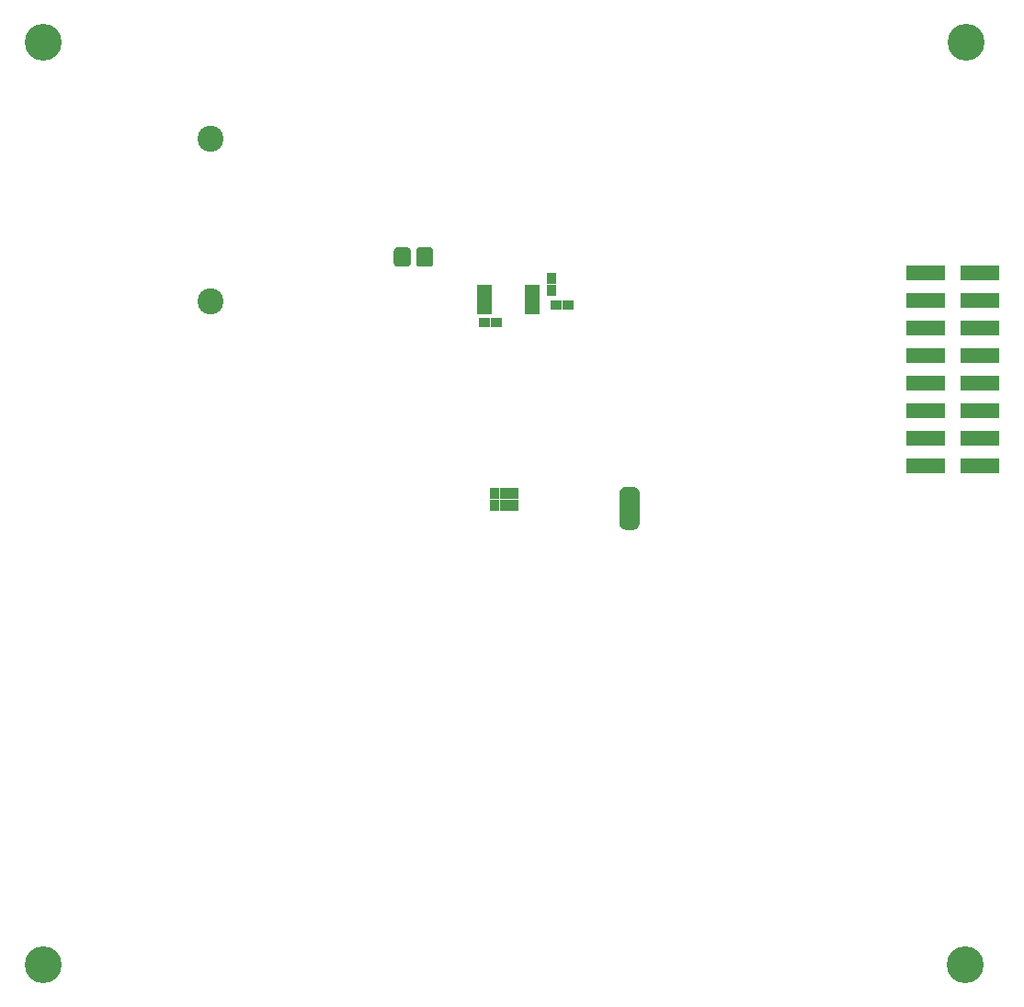
<source format=gbr>
G04 #@! TF.GenerationSoftware,KiCad,Pcbnew,(5.0.0)*
G04 #@! TF.CreationDate,2020-04-06T18:27:32+02:00*
G04 #@! TF.ProjectId,MainBoard,4D61696E426F6172642E6B696361645F,rev?*
G04 #@! TF.SameCoordinates,Original*
G04 #@! TF.FileFunction,Soldermask,Top*
G04 #@! TF.FilePolarity,Negative*
%FSLAX46Y46*%
G04 Gerber Fmt 4.6, Leading zero omitted, Abs format (unit mm)*
G04 Created by KiCad (PCBNEW (5.0.0)) date 04/06/20 18:27:32*
%MOMM*%
%LPD*%
G01*
G04 APERTURE LIST*
%ADD10R,3.550000X1.400000*%
%ADD11C,3.400000*%
%ADD12R,1.400760X0.669240*%
%ADD13C,2.400000*%
%ADD14R,1.000000X0.900000*%
%ADD15R,0.900000X1.000000*%
%ADD16C,0.500000*%
%ADD17C,0.100000*%
%ADD18R,1.900000X1.400000*%
%ADD19C,1.550000*%
G04 APERTURE END LIST*
D10*
G04 #@! TO.C,P2*
X187213000Y-76123800D03*
X192263000Y-76123800D03*
X187213000Y-78663800D03*
X192263000Y-78663800D03*
X187213000Y-81203800D03*
X192263000Y-81203800D03*
X187213000Y-83743800D03*
X192263000Y-83743800D03*
X187213000Y-86283800D03*
X192263000Y-86283800D03*
X187213000Y-88823800D03*
X192263000Y-88823800D03*
X187213000Y-91363800D03*
X192263000Y-91363800D03*
X187213000Y-93903800D03*
X192263000Y-93903800D03*
G04 #@! TD*
D11*
G04 #@! TO.C,REF\002A\002A*
X190881000Y-139827000D03*
G04 #@! TD*
G04 #@! TO.C,REF\002A\002A*
X105918000Y-139827000D03*
G04 #@! TD*
G04 #@! TO.C,REF\002A\002A*
X190944500Y-54864000D03*
G04 #@! TD*
G04 #@! TO.C,REF\002A\002A*
X105918000Y-54864000D03*
G04 #@! TD*
D12*
G04 #@! TO.C,U11*
X150997500Y-79591000D03*
X150997500Y-79083000D03*
X150997500Y-78575000D03*
X150997500Y-78067000D03*
X150997500Y-77559000D03*
X146552500Y-77559000D03*
X146552500Y-78067000D03*
X146552500Y-78575000D03*
X146552500Y-79083000D03*
X146552500Y-79591000D03*
G04 #@! TD*
D13*
G04 #@! TO.C,LS1*
X121375000Y-63750000D03*
X121375000Y-78750000D03*
G04 #@! TD*
D14*
G04 #@! TO.C,C12*
X154300000Y-79075000D03*
X153200000Y-79075000D03*
G04 #@! TD*
D15*
G04 #@! TO.C,C13*
X152750000Y-76600000D03*
X152750000Y-77700000D03*
G04 #@! TD*
D14*
G04 #@! TO.C,C21*
X146550000Y-80700000D03*
X147650000Y-80700000D03*
G04 #@! TD*
D15*
G04 #@! TO.C,C29*
X148430000Y-96400000D03*
X148430000Y-97500000D03*
G04 #@! TD*
G04 #@! TO.C,C30*
X147530000Y-97500000D03*
X147530000Y-96400000D03*
G04 #@! TD*
G04 #@! TO.C,C31*
X149330000Y-96400000D03*
X149330000Y-97500000D03*
G04 #@! TD*
D16*
G04 #@! TO.C,JP1*
X159950000Y-99075000D03*
D17*
G36*
X159003843Y-98485982D02*
X159015224Y-98448463D01*
X159033706Y-98413886D01*
X159058579Y-98383579D01*
X159088886Y-98358706D01*
X159123463Y-98340224D01*
X159160982Y-98328843D01*
X159200000Y-98325000D01*
X160700000Y-98325000D01*
X160739018Y-98328843D01*
X160776537Y-98340224D01*
X160811114Y-98358706D01*
X160841421Y-98383579D01*
X160866294Y-98413886D01*
X160884776Y-98448463D01*
X160896157Y-98485982D01*
X160900000Y-98525000D01*
X160900000Y-99075000D01*
X160899398Y-99081112D01*
X160899398Y-99099534D01*
X160898435Y-99119140D01*
X160893625Y-99167971D01*
X160890746Y-99187380D01*
X160881174Y-99235505D01*
X160876404Y-99254548D01*
X160862160Y-99301503D01*
X160855549Y-99319980D01*
X160836772Y-99365313D01*
X160828377Y-99383061D01*
X160805246Y-99426334D01*
X160795160Y-99443162D01*
X160767900Y-99483961D01*
X160756205Y-99499730D01*
X160725077Y-99537659D01*
X160711897Y-99552200D01*
X160677200Y-99586897D01*
X160662659Y-99600077D01*
X160624730Y-99631205D01*
X160608961Y-99642900D01*
X160568162Y-99670160D01*
X160551334Y-99680246D01*
X160508061Y-99703377D01*
X160490313Y-99711772D01*
X160444980Y-99730549D01*
X160426503Y-99737160D01*
X160379548Y-99751404D01*
X160360505Y-99756174D01*
X160312380Y-99765746D01*
X160292971Y-99768625D01*
X160244140Y-99773435D01*
X160224534Y-99774398D01*
X160206112Y-99774398D01*
X160200000Y-99775000D01*
X159700000Y-99775000D01*
X159693888Y-99774398D01*
X159675466Y-99774398D01*
X159655860Y-99773435D01*
X159607029Y-99768625D01*
X159587620Y-99765746D01*
X159539495Y-99756174D01*
X159520452Y-99751404D01*
X159473497Y-99737160D01*
X159455020Y-99730549D01*
X159409687Y-99711772D01*
X159391939Y-99703377D01*
X159348666Y-99680246D01*
X159331838Y-99670160D01*
X159291039Y-99642900D01*
X159275270Y-99631205D01*
X159237341Y-99600077D01*
X159222800Y-99586897D01*
X159188103Y-99552200D01*
X159174923Y-99537659D01*
X159143795Y-99499730D01*
X159132100Y-99483961D01*
X159104840Y-99443162D01*
X159094754Y-99426334D01*
X159071623Y-99383061D01*
X159063228Y-99365313D01*
X159044451Y-99319980D01*
X159037840Y-99301503D01*
X159023596Y-99254548D01*
X159018826Y-99235505D01*
X159009254Y-99187380D01*
X159006375Y-99167971D01*
X159001565Y-99119140D01*
X159000602Y-99099534D01*
X159000602Y-99081112D01*
X159000000Y-99075000D01*
X159000000Y-98525000D01*
X159003843Y-98485982D01*
X159003843Y-98485982D01*
G37*
D16*
X159950000Y-96475000D03*
D17*
G36*
X159000602Y-96468888D02*
X159000602Y-96450466D01*
X159001565Y-96430860D01*
X159006375Y-96382029D01*
X159009254Y-96362620D01*
X159018826Y-96314495D01*
X159023596Y-96295452D01*
X159037840Y-96248497D01*
X159044451Y-96230020D01*
X159063228Y-96184687D01*
X159071623Y-96166939D01*
X159094754Y-96123666D01*
X159104840Y-96106838D01*
X159132100Y-96066039D01*
X159143795Y-96050270D01*
X159174923Y-96012341D01*
X159188103Y-95997800D01*
X159222800Y-95963103D01*
X159237341Y-95949923D01*
X159275270Y-95918795D01*
X159291039Y-95907100D01*
X159331838Y-95879840D01*
X159348666Y-95869754D01*
X159391939Y-95846623D01*
X159409687Y-95838228D01*
X159455020Y-95819451D01*
X159473497Y-95812840D01*
X159520452Y-95798596D01*
X159539495Y-95793826D01*
X159587620Y-95784254D01*
X159607029Y-95781375D01*
X159655860Y-95776565D01*
X159675466Y-95775602D01*
X159693888Y-95775602D01*
X159700000Y-95775000D01*
X160200000Y-95775000D01*
X160206112Y-95775602D01*
X160224534Y-95775602D01*
X160244140Y-95776565D01*
X160292971Y-95781375D01*
X160312380Y-95784254D01*
X160360505Y-95793826D01*
X160379548Y-95798596D01*
X160426503Y-95812840D01*
X160444980Y-95819451D01*
X160490313Y-95838228D01*
X160508061Y-95846623D01*
X160551334Y-95869754D01*
X160568162Y-95879840D01*
X160608961Y-95907100D01*
X160624730Y-95918795D01*
X160662659Y-95949923D01*
X160677200Y-95963103D01*
X160711897Y-95997800D01*
X160725077Y-96012341D01*
X160756205Y-96050270D01*
X160767900Y-96066039D01*
X160795160Y-96106838D01*
X160805246Y-96123666D01*
X160828377Y-96166939D01*
X160836772Y-96184687D01*
X160855549Y-96230020D01*
X160862160Y-96248497D01*
X160876404Y-96295452D01*
X160881174Y-96314495D01*
X160890746Y-96362620D01*
X160893625Y-96382029D01*
X160898435Y-96430860D01*
X160899398Y-96450466D01*
X160899398Y-96468888D01*
X160900000Y-96475000D01*
X160900000Y-97025000D01*
X160896157Y-97064018D01*
X160884776Y-97101537D01*
X160866294Y-97136114D01*
X160841421Y-97166421D01*
X160811114Y-97191294D01*
X160776537Y-97209776D01*
X160739018Y-97221157D01*
X160700000Y-97225000D01*
X159200000Y-97225000D01*
X159160982Y-97221157D01*
X159123463Y-97209776D01*
X159088886Y-97191294D01*
X159058579Y-97166421D01*
X159033706Y-97136114D01*
X159015224Y-97101537D01*
X159003843Y-97064018D01*
X159000000Y-97025000D01*
X159000000Y-96475000D01*
X159000602Y-96468888D01*
X159000602Y-96468888D01*
G37*
D18*
X159950000Y-97775000D03*
G04 #@! TD*
D17*
G04 #@! TO.C,R105*
G36*
X139496071Y-73726623D02*
X139528781Y-73731475D01*
X139560857Y-73739509D01*
X139591991Y-73750649D01*
X139621884Y-73764787D01*
X139650247Y-73781787D01*
X139676807Y-73801485D01*
X139701308Y-73823692D01*
X139723515Y-73848193D01*
X139743213Y-73874753D01*
X139760213Y-73903116D01*
X139774351Y-73933009D01*
X139785491Y-73964143D01*
X139793525Y-73996219D01*
X139798377Y-74028929D01*
X139800000Y-74061956D01*
X139800000Y-75188044D01*
X139798377Y-75221071D01*
X139793525Y-75253781D01*
X139785491Y-75285857D01*
X139774351Y-75316991D01*
X139760213Y-75346884D01*
X139743213Y-75375247D01*
X139723515Y-75401807D01*
X139701308Y-75426308D01*
X139676807Y-75448515D01*
X139650247Y-75468213D01*
X139621884Y-75485213D01*
X139591991Y-75499351D01*
X139560857Y-75510491D01*
X139528781Y-75518525D01*
X139496071Y-75523377D01*
X139463044Y-75525000D01*
X138586956Y-75525000D01*
X138553929Y-75523377D01*
X138521219Y-75518525D01*
X138489143Y-75510491D01*
X138458009Y-75499351D01*
X138428116Y-75485213D01*
X138399753Y-75468213D01*
X138373193Y-75448515D01*
X138348692Y-75426308D01*
X138326485Y-75401807D01*
X138306787Y-75375247D01*
X138289787Y-75346884D01*
X138275649Y-75316991D01*
X138264509Y-75285857D01*
X138256475Y-75253781D01*
X138251623Y-75221071D01*
X138250000Y-75188044D01*
X138250000Y-74061956D01*
X138251623Y-74028929D01*
X138256475Y-73996219D01*
X138264509Y-73964143D01*
X138275649Y-73933009D01*
X138289787Y-73903116D01*
X138306787Y-73874753D01*
X138326485Y-73848193D01*
X138348692Y-73823692D01*
X138373193Y-73801485D01*
X138399753Y-73781787D01*
X138428116Y-73764787D01*
X138458009Y-73750649D01*
X138489143Y-73739509D01*
X138521219Y-73731475D01*
X138553929Y-73726623D01*
X138586956Y-73725000D01*
X139463044Y-73725000D01*
X139496071Y-73726623D01*
X139496071Y-73726623D01*
G37*
D19*
X139025000Y-74625000D03*
D17*
G36*
X141546071Y-73726623D02*
X141578781Y-73731475D01*
X141610857Y-73739509D01*
X141641991Y-73750649D01*
X141671884Y-73764787D01*
X141700247Y-73781787D01*
X141726807Y-73801485D01*
X141751308Y-73823692D01*
X141773515Y-73848193D01*
X141793213Y-73874753D01*
X141810213Y-73903116D01*
X141824351Y-73933009D01*
X141835491Y-73964143D01*
X141843525Y-73996219D01*
X141848377Y-74028929D01*
X141850000Y-74061956D01*
X141850000Y-75188044D01*
X141848377Y-75221071D01*
X141843525Y-75253781D01*
X141835491Y-75285857D01*
X141824351Y-75316991D01*
X141810213Y-75346884D01*
X141793213Y-75375247D01*
X141773515Y-75401807D01*
X141751308Y-75426308D01*
X141726807Y-75448515D01*
X141700247Y-75468213D01*
X141671884Y-75485213D01*
X141641991Y-75499351D01*
X141610857Y-75510491D01*
X141578781Y-75518525D01*
X141546071Y-75523377D01*
X141513044Y-75525000D01*
X140636956Y-75525000D01*
X140603929Y-75523377D01*
X140571219Y-75518525D01*
X140539143Y-75510491D01*
X140508009Y-75499351D01*
X140478116Y-75485213D01*
X140449753Y-75468213D01*
X140423193Y-75448515D01*
X140398692Y-75426308D01*
X140376485Y-75401807D01*
X140356787Y-75375247D01*
X140339787Y-75346884D01*
X140325649Y-75316991D01*
X140314509Y-75285857D01*
X140306475Y-75253781D01*
X140301623Y-75221071D01*
X140300000Y-75188044D01*
X140300000Y-74061956D01*
X140301623Y-74028929D01*
X140306475Y-73996219D01*
X140314509Y-73964143D01*
X140325649Y-73933009D01*
X140339787Y-73903116D01*
X140356787Y-73874753D01*
X140376485Y-73848193D01*
X140398692Y-73823692D01*
X140423193Y-73801485D01*
X140449753Y-73781787D01*
X140478116Y-73764787D01*
X140508009Y-73750649D01*
X140539143Y-73739509D01*
X140571219Y-73731475D01*
X140603929Y-73726623D01*
X140636956Y-73725000D01*
X141513044Y-73725000D01*
X141546071Y-73726623D01*
X141546071Y-73726623D01*
G37*
D19*
X141075000Y-74625000D03*
G04 #@! TD*
M02*

</source>
